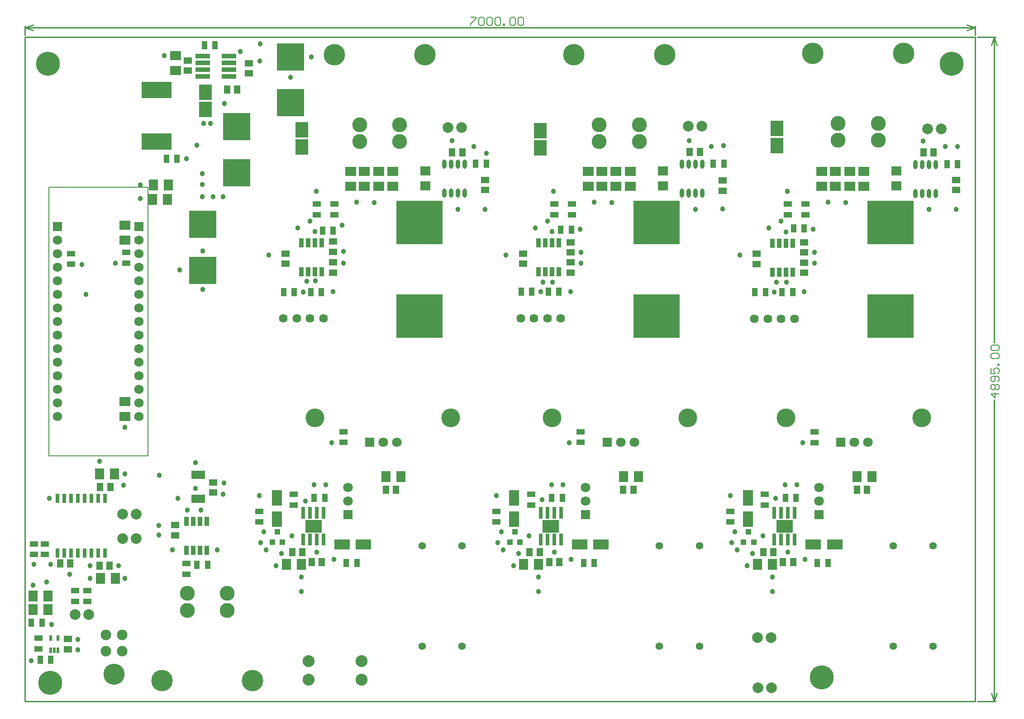
<source format=gts>
G04*
G04 #@! TF.GenerationSoftware,Altium Limited,Altium Designer,21.9.2 (33)*
G04*
G04 Layer_Color=8388736*
%FSLAX25Y25*%
%MOIN*%
G70*
G04*
G04 #@! TF.SameCoordinates,A61B0CC2-F9FA-42EF-AA44-AEDA62ADA9C6*
G04*
G04*
G04 #@! TF.FilePolarity,Negative*
G04*
G01*
G75*
%ADD12C,0.01000*%
%ADD15C,0.00500*%
%ADD17C,0.00600*%
%ADD41R,0.06312X0.04934*%
%ADD42R,0.04934X0.06312*%
%ADD43R,0.04343X0.06115*%
%ADD44R,0.34265X0.32296*%
%ADD45R,0.06509X0.07887*%
%ADD46R,0.01981X0.06115*%
%ADD47R,0.06115X0.04343*%
%ADD48R,0.03359X0.06902*%
%ADD49O,0.03162X0.06706*%
%ADD50C,0.03800*%
%ADD51R,0.10642X0.03556*%
%ADD52R,0.03950X0.04343*%
%ADD53R,0.07887X0.06509*%
%ADD54R,0.09698X0.11824*%
%ADD55R,0.22060X0.12217*%
%ADD56R,0.20485X0.20485*%
%ADD57R,0.02375X0.04343*%
%ADD58R,0.07690X0.06509*%
%ADD59R,0.03162X0.08674*%
%ADD60R,0.12414X0.09658*%
%ADD61R,0.07493X0.11430*%
%ADD62R,0.11430X0.07493*%
%ADD63R,0.03162X0.06706*%
%ADD64C,0.07887*%
%ADD65C,0.06400*%
%ADD66C,0.10958*%
%ADD67C,0.15800*%
%ADD68C,0.17729*%
%ADD69C,0.06824*%
%ADD70R,0.06824X0.06824*%
%ADD71C,0.07800*%
%ADD72C,0.15600*%
%ADD73C,0.05524*%
%ADD74C,0.13800*%
%ADD75R,0.07099X0.07099*%
%ADD76C,0.07099*%
%ADD77R,0.07099X0.07099*%
%ADD78C,0.08800*%
D12*
Y0D02*
Y489500D01*
X700000D01*
Y0D02*
Y489500D01*
X0Y0D02*
X700000D01*
X712000Y6000D02*
X714000Y0D01*
X716000Y6000D01*
X714000Y489500D02*
X716000Y483500D01*
X712000D02*
X714000Y489500D01*
Y0D02*
Y222056D01*
Y264244D02*
Y489500D01*
X701500Y0D02*
X715000D01*
X701500Y489500D02*
X715000D01*
X0Y496500D02*
X6000Y498500D01*
X0Y496500D02*
X6000Y494500D01*
X694000D02*
X700000Y496500D01*
X694000Y498500D02*
X700000Y496500D01*
X0D02*
X700000D01*
X0D02*
X700000D01*
X0Y491000D02*
Y497500D01*
X700000Y491000D02*
Y497500D01*
D15*
X17504Y181004D02*
X90496D01*
Y378996D01*
X17504D02*
X90496D01*
X17504Y181004D02*
Y378996D01*
Y181004D02*
X90496D01*
Y378996D01*
X17504D02*
X90496D01*
X17504Y181004D02*
Y378996D01*
D17*
X717599Y226655D02*
X711601D01*
X714600Y223656D01*
Y227655D01*
X712601Y229654D02*
X711601Y230654D01*
Y232653D01*
X712601Y233653D01*
X713600D01*
X714600Y232653D01*
X715600Y233653D01*
X716599D01*
X717599Y232653D01*
Y230654D01*
X716599Y229654D01*
X715600D01*
X714600Y230654D01*
X713600Y229654D01*
X712601D01*
X714600Y230654D02*
Y232653D01*
X716599Y235652D02*
X717599Y236652D01*
Y238651D01*
X716599Y239651D01*
X712601D01*
X711601Y238651D01*
Y236652D01*
X712601Y235652D01*
X713600D01*
X714600Y236652D01*
Y239651D01*
X711601Y245649D02*
Y241651D01*
X714600D01*
X713600Y243650D01*
Y244650D01*
X714600Y245649D01*
X716599D01*
X717599Y244650D01*
Y242650D01*
X716599Y241651D01*
X717599Y247649D02*
X716599D01*
Y248648D01*
X717599D01*
Y247649D01*
X712601Y252647D02*
X711601Y253647D01*
Y255646D01*
X712601Y256646D01*
X716599D01*
X717599Y255646D01*
Y253647D01*
X716599Y252647D01*
X712601D01*
Y258645D02*
X711601Y259645D01*
Y261644D01*
X712601Y262644D01*
X716599D01*
X717599Y261644D01*
Y259645D01*
X716599Y258645D01*
X712601D01*
X328100Y504098D02*
X332099D01*
Y503098D01*
X328100Y499100D01*
Y498100D01*
X334098Y503098D02*
X335098Y504098D01*
X337097D01*
X338097Y503098D01*
Y499100D01*
X337097Y498100D01*
X335098D01*
X334098Y499100D01*
Y503098D01*
X340096D02*
X341096Y504098D01*
X343095D01*
X344095Y503098D01*
Y499100D01*
X343095Y498100D01*
X341096D01*
X340096Y499100D01*
Y503098D01*
X346094D02*
X347094Y504098D01*
X349093D01*
X350093Y503098D01*
Y499100D01*
X349093Y498100D01*
X347094D01*
X346094Y499100D01*
Y503098D01*
X352092Y498100D02*
Y499100D01*
X353092D01*
Y498100D01*
X352092D01*
X357091Y503098D02*
X358090Y504098D01*
X360090D01*
X361089Y503098D01*
Y499100D01*
X360090Y498100D01*
X358090D01*
X357091Y499100D01*
Y503098D01*
X363089D02*
X364088Y504098D01*
X366088D01*
X367087Y503098D01*
Y499100D01*
X366088Y498100D01*
X364088D01*
X363089Y499100D01*
Y503098D01*
D41*
X165000Y470240D02*
D03*
Y462760D02*
D03*
X574000Y338240D02*
D03*
Y330760D02*
D03*
X686000Y384240D02*
D03*
Y376760D02*
D03*
X514000Y383740D02*
D03*
Y376260D02*
D03*
X227000Y331260D02*
D03*
Y338740D02*
D03*
X402000Y330760D02*
D03*
Y338240D02*
D03*
X339000Y376760D02*
D03*
Y384240D02*
D03*
X366816Y329961D02*
D03*
Y322480D02*
D03*
X401816Y323461D02*
D03*
Y315980D02*
D03*
X120000Y472240D02*
D03*
Y464760D02*
D03*
X138500Y153760D02*
D03*
Y161240D02*
D03*
X110500Y129740D02*
D03*
Y122260D02*
D03*
X191900Y329940D02*
D03*
Y322460D02*
D03*
X226900Y323440D02*
D03*
Y315960D02*
D03*
X539000Y329740D02*
D03*
Y322260D02*
D03*
X574000Y323240D02*
D03*
Y315760D02*
D03*
X31500Y45740D02*
D03*
Y38260D02*
D03*
D42*
X148760Y451000D02*
D03*
X156240D02*
D03*
X25760Y101500D02*
D03*
X33240D02*
D03*
X489576Y404720D02*
D03*
X497056D02*
D03*
X322140Y404700D02*
D03*
X314660D02*
D03*
X661760Y404500D02*
D03*
X669240D02*
D03*
X62240Y100000D02*
D03*
X54760D02*
D03*
X62740Y158000D02*
D03*
X55260D02*
D03*
X558260Y102500D02*
D03*
X565740D02*
D03*
X620240Y156000D02*
D03*
X612760D02*
D03*
X543760Y110000D02*
D03*
X551240D02*
D03*
X273201Y156020D02*
D03*
X265721D02*
D03*
X211221Y102520D02*
D03*
X218701D02*
D03*
X196721Y110020D02*
D03*
X204201D02*
D03*
X448059Y156000D02*
D03*
X440579D02*
D03*
X386079Y102500D02*
D03*
X393559D02*
D03*
X371579Y110000D02*
D03*
X379059D02*
D03*
D43*
X219063Y347000D02*
D03*
X226937D02*
D03*
X394563Y347500D02*
D03*
X402437D02*
D03*
X573937Y348500D02*
D03*
X566063D02*
D03*
X506879Y396220D02*
D03*
X514753D02*
D03*
X365379Y301720D02*
D03*
X373253D02*
D03*
X393253D02*
D03*
X385379D02*
D03*
X134437Y100500D02*
D03*
X126563D02*
D03*
X331963Y396200D02*
D03*
X339837D02*
D03*
X190463Y301700D02*
D03*
X198337D02*
D03*
X218337D02*
D03*
X210463D02*
D03*
X686937Y396000D02*
D03*
X679063D02*
D03*
X537563Y301500D02*
D03*
X545437D02*
D03*
X565437D02*
D03*
X557563D02*
D03*
X139937Y483500D02*
D03*
X132063D02*
D03*
X111937Y400000D02*
D03*
X104063D02*
D03*
X12437Y58000D02*
D03*
X4563D02*
D03*
X18937Y30500D02*
D03*
X11063D02*
D03*
X560063Y150000D02*
D03*
X567937D02*
D03*
X583563Y102000D02*
D03*
X591437D02*
D03*
X236524Y102020D02*
D03*
X244398D02*
D03*
X213024Y150020D02*
D03*
X220898D02*
D03*
X411382Y102000D02*
D03*
X419256D02*
D03*
X387882Y150000D02*
D03*
X395756D02*
D03*
D44*
X290461Y352984D02*
D03*
Y284020D02*
D03*
X465319Y352965D02*
D03*
Y284000D02*
D03*
X637500D02*
D03*
Y352965D02*
D03*
D45*
X17012Y77500D02*
D03*
X5988D02*
D03*
X94488Y380500D02*
D03*
X105512D02*
D03*
X105012Y370000D02*
D03*
X93988D02*
D03*
X55488Y90500D02*
D03*
X66512D02*
D03*
X54988Y167500D02*
D03*
X66012D02*
D03*
X5988Y67500D02*
D03*
X17012D02*
D03*
X612988Y165500D02*
D03*
X624012D02*
D03*
X539488Y101000D02*
D03*
X550512D02*
D03*
X265949Y165520D02*
D03*
X276972D02*
D03*
X192449Y101020D02*
D03*
X203472D02*
D03*
X440807Y165500D02*
D03*
X451831D02*
D03*
X367307Y101000D02*
D03*
X378331D02*
D03*
D46*
X123563Y149240D02*
D03*
X125531D02*
D03*
X127500D02*
D03*
X129469D02*
D03*
X131437D02*
D03*
X123563Y166760D02*
D03*
X125531D02*
D03*
X127500D02*
D03*
X129469D02*
D03*
X131437D02*
D03*
D47*
X119000Y93563D02*
D03*
Y101437D02*
D03*
X409316Y198658D02*
D03*
Y190784D02*
D03*
X234400Y198637D02*
D03*
Y190763D02*
D03*
X172461Y132083D02*
D03*
Y139957D02*
D03*
X347319Y132063D02*
D03*
Y139937D02*
D03*
X519500D02*
D03*
Y132063D02*
D03*
X581500Y198437D02*
D03*
Y190563D02*
D03*
X74500Y330874D02*
D03*
Y323000D02*
D03*
X14500Y108063D02*
D03*
Y115937D02*
D03*
X6500D02*
D03*
Y108063D02*
D03*
X37000Y81437D02*
D03*
Y73563D02*
D03*
X46000Y81437D02*
D03*
Y73563D02*
D03*
X10000Y38563D02*
D03*
Y46437D02*
D03*
X545000Y144563D02*
D03*
Y152437D02*
D03*
X562000Y358563D02*
D03*
Y366437D02*
D03*
X575000D02*
D03*
Y358563D02*
D03*
X227961Y366457D02*
D03*
Y358583D02*
D03*
X214961D02*
D03*
Y366457D02*
D03*
X197961Y144583D02*
D03*
Y152457D02*
D03*
X402819Y366437D02*
D03*
Y358563D02*
D03*
X389819D02*
D03*
Y366437D02*
D03*
X372819Y144563D02*
D03*
Y152437D02*
D03*
X34000Y322063D02*
D03*
Y329937D02*
D03*
D48*
X134000Y132630D02*
D03*
X129000D02*
D03*
X124000D02*
D03*
X119000D02*
D03*
X134000Y111370D02*
D03*
X129000D02*
D03*
X124000D02*
D03*
X119000D02*
D03*
X393316Y337850D02*
D03*
X388316D02*
D03*
X383316D02*
D03*
X378316D02*
D03*
X393316Y316590D02*
D03*
X388316D02*
D03*
X383316D02*
D03*
X378316D02*
D03*
X218400Y337830D02*
D03*
X213400D02*
D03*
X208400D02*
D03*
X203400D02*
D03*
X218400Y316570D02*
D03*
X213400D02*
D03*
X208400D02*
D03*
X203400D02*
D03*
X565500Y337630D02*
D03*
X560500D02*
D03*
X555500D02*
D03*
X550500D02*
D03*
X565500Y316370D02*
D03*
X560500D02*
D03*
X555500D02*
D03*
X550500D02*
D03*
D49*
X483816Y374590D02*
D03*
X488816D02*
D03*
X493816D02*
D03*
X498816D02*
D03*
X483816Y395850D02*
D03*
X488816D02*
D03*
X493816D02*
D03*
X498816D02*
D03*
X308900Y374570D02*
D03*
X313900D02*
D03*
X318900D02*
D03*
X323900D02*
D03*
X308900Y395830D02*
D03*
X313900D02*
D03*
X318900D02*
D03*
X323900D02*
D03*
X656000Y374370D02*
D03*
X661000D02*
D03*
X666000D02*
D03*
X671000D02*
D03*
X656000Y395630D02*
D03*
X661000D02*
D03*
X666000D02*
D03*
X671000D02*
D03*
D50*
X379816Y301720D02*
D03*
X388500Y309000D02*
D03*
X388316Y346220D02*
D03*
X108500Y111500D02*
D03*
X204900Y301700D02*
D03*
X214000Y310000D02*
D03*
X213400Y346200D02*
D03*
X523000Y125000D02*
D03*
X524500Y111500D02*
D03*
X552000Y301500D02*
D03*
X561000Y309000D02*
D03*
X560500Y346000D02*
D03*
X147000Y440500D02*
D03*
X4500Y30000D02*
D03*
X557000Y354000D02*
D03*
X209961Y354020D02*
D03*
X384819Y354000D02*
D03*
X177461Y111520D02*
D03*
X175961Y125020D02*
D03*
X352319Y111500D02*
D03*
X350819Y125000D02*
D03*
X173100Y484400D02*
D03*
X119000Y400000D02*
D03*
X16000Y88000D02*
D03*
X581500Y323000D02*
D03*
Y330760D02*
D03*
X234500Y331500D02*
D03*
Y323000D02*
D03*
X409500D02*
D03*
Y331000D02*
D03*
X233500Y351000D02*
D03*
X409000Y348000D02*
D03*
X580500D02*
D03*
X340000Y404000D02*
D03*
X173000Y472000D02*
D03*
X158500Y479000D02*
D03*
X206500Y147500D02*
D03*
X381000Y148500D02*
D03*
X553000Y149500D02*
D03*
X179461Y329000D02*
D03*
X99000Y166500D02*
D03*
X112500Y149500D02*
D03*
X72681Y159181D02*
D03*
X54931Y176931D02*
D03*
X141500Y111500D02*
D03*
X98500Y129500D02*
D03*
Y122500D02*
D03*
X129500Y141000D02*
D03*
X125500Y157000D02*
D03*
X146000Y152500D02*
D03*
X146500Y161000D02*
D03*
X19000Y101000D02*
D03*
X33000Y93500D02*
D03*
X18000Y149500D02*
D03*
X69000Y100000D02*
D03*
X73500Y90500D02*
D03*
X48000Y100000D02*
D03*
Y90500D02*
D03*
X6000Y85500D02*
D03*
X45000Y300000D02*
D03*
X6500Y101000D02*
D03*
X19500Y56500D02*
D03*
X39000Y45500D02*
D03*
Y38000D02*
D03*
X131000Y332000D02*
D03*
Y303500D02*
D03*
X114000Y318000D02*
D03*
X119500Y141000D02*
D03*
X553500Y309000D02*
D03*
X125500Y176000D02*
D03*
X381500Y309000D02*
D03*
X207500Y309500D02*
D03*
X73500Y167500D02*
D03*
X66500Y323000D02*
D03*
X42000Y322000D02*
D03*
X73500Y202000D02*
D03*
X172461Y151520D02*
D03*
X85000Y370500D02*
D03*
Y380500D02*
D03*
X514500Y409500D02*
D03*
X375819Y349000D02*
D03*
X526500Y329000D02*
D03*
X354319D02*
D03*
X432158Y367433D02*
D03*
X419158Y367933D02*
D03*
X401819Y302000D02*
D03*
X400819Y190500D02*
D03*
X505569Y408931D02*
D03*
X389319Y376000D02*
D03*
X493819Y362500D02*
D03*
X513816Y362720D02*
D03*
X548000Y349000D02*
D03*
X200961Y349020D02*
D03*
X226961Y302020D02*
D03*
X687000Y409000D02*
D03*
X145762Y371800D02*
D03*
X138500D02*
D03*
X130500D02*
D03*
Y380883D02*
D03*
Y389000D02*
D03*
X195500Y460000D02*
D03*
X211000Y475000D02*
D03*
X102500Y476000D02*
D03*
X136500Y426000D02*
D03*
X131500D02*
D03*
X126500Y410000D02*
D03*
X389819Y110000D02*
D03*
X378319Y91500D02*
D03*
X348319Y117000D02*
D03*
X359819Y100000D02*
D03*
X363657Y108933D02*
D03*
X184961Y100020D02*
D03*
X188799Y108953D02*
D03*
X203461Y81020D02*
D03*
X221461Y159520D02*
D03*
X212961D02*
D03*
X225961Y190520D02*
D03*
X338961Y362520D02*
D03*
X330653Y408910D02*
D03*
X314400Y413200D02*
D03*
X318961Y362520D02*
D03*
X214461Y376020D02*
D03*
X257242Y367413D02*
D03*
X203461Y91520D02*
D03*
X173461Y117020D02*
D03*
X196461Y122020D02*
D03*
X227461Y104520D02*
D03*
X214961Y110020D02*
D03*
X378319Y81000D02*
D03*
X396319Y159500D02*
D03*
X387819D02*
D03*
X371319Y122000D02*
D03*
X347319Y151500D02*
D03*
X402319Y104500D02*
D03*
X489316Y413221D02*
D03*
X244241Y367913D02*
D03*
X520500Y117000D02*
D03*
X519500Y151500D02*
D03*
X573000Y190500D02*
D03*
X568500Y159500D02*
D03*
X560000D02*
D03*
X543500Y122000D02*
D03*
X550500Y81000D02*
D03*
Y91500D02*
D03*
X532000Y100000D02*
D03*
X536000Y109000D02*
D03*
X562000Y110000D02*
D03*
X574500Y104500D02*
D03*
X561500Y376000D02*
D03*
X574000Y302000D02*
D03*
X604500Y367500D02*
D03*
X591500Y368000D02*
D03*
X686000Y362500D02*
D03*
X666000D02*
D03*
X677753Y408710D02*
D03*
X661500Y413000D02*
D03*
D51*
X130854Y475500D02*
D03*
Y470500D02*
D03*
Y465500D02*
D03*
Y460500D02*
D03*
X150146Y475500D02*
D03*
Y470500D02*
D03*
Y465500D02*
D03*
Y460500D02*
D03*
D52*
X185961Y124957D02*
D03*
X189701Y117083D02*
D03*
X182220D02*
D03*
X360819Y124937D02*
D03*
X364559Y117063D02*
D03*
X357079D02*
D03*
X529260D02*
D03*
X536740D02*
D03*
X533000Y124937D02*
D03*
D53*
X111000Y464988D02*
D03*
Y476012D02*
D03*
X597000Y390512D02*
D03*
Y379488D02*
D03*
X618000D02*
D03*
Y390512D02*
D03*
X587000Y390524D02*
D03*
Y379500D02*
D03*
X607500Y379488D02*
D03*
Y390512D02*
D03*
X249961Y390531D02*
D03*
Y379508D02*
D03*
X239961Y390543D02*
D03*
Y379520D02*
D03*
X260461Y379508D02*
D03*
Y390531D02*
D03*
X270961Y379508D02*
D03*
Y390531D02*
D03*
X424819Y390512D02*
D03*
Y379488D02*
D03*
X414819Y390524D02*
D03*
Y379500D02*
D03*
X435319Y379488D02*
D03*
Y390512D02*
D03*
X445819Y379488D02*
D03*
Y390512D02*
D03*
X73500Y351012D02*
D03*
Y339988D02*
D03*
Y221012D02*
D03*
Y209988D02*
D03*
D54*
X133000Y448799D02*
D03*
Y436201D02*
D03*
X554000Y422299D02*
D03*
Y409701D02*
D03*
X379500Y420598D02*
D03*
Y408000D02*
D03*
X204000Y421299D02*
D03*
Y408701D02*
D03*
D55*
X97000Y450595D02*
D03*
Y412405D02*
D03*
D56*
X156000Y423410D02*
D03*
Y389551D02*
D03*
X131000Y317571D02*
D03*
Y351429D02*
D03*
X195500Y474929D02*
D03*
Y441071D02*
D03*
D57*
X18941Y46528D02*
D03*
X24059D02*
D03*
Y37472D02*
D03*
X21500D02*
D03*
X18941D02*
D03*
D58*
X294961Y391032D02*
D03*
Y380008D02*
D03*
X469819Y391012D02*
D03*
Y379988D02*
D03*
X642000Y391012D02*
D03*
Y379988D02*
D03*
D59*
X567000Y138842D02*
D03*
X562000D02*
D03*
X557000D02*
D03*
X552000D02*
D03*
X567000Y119158D02*
D03*
X562000D02*
D03*
X557000D02*
D03*
X552000D02*
D03*
X219961Y138862D02*
D03*
X214961D02*
D03*
X209961D02*
D03*
X204961D02*
D03*
X219961Y119177D02*
D03*
X214961D02*
D03*
X209961D02*
D03*
X204961D02*
D03*
X394819Y138842D02*
D03*
X389819D02*
D03*
X384819D02*
D03*
X379819D02*
D03*
X394819Y119158D02*
D03*
X389819D02*
D03*
X384819D02*
D03*
X379819D02*
D03*
D60*
X559500Y129000D02*
D03*
X212461Y129020D02*
D03*
X387319Y129000D02*
D03*
D61*
X532500Y149874D02*
D03*
Y134126D02*
D03*
X185461Y149894D02*
D03*
Y134146D02*
D03*
X360319Y149874D02*
D03*
Y134126D02*
D03*
D62*
X596374Y115500D02*
D03*
X580626D02*
D03*
X249335Y115520D02*
D03*
X233587D02*
D03*
X424193Y115500D02*
D03*
X408445D02*
D03*
D63*
X24000Y109343D02*
D03*
X29000D02*
D03*
X34000D02*
D03*
X39000D02*
D03*
X44000D02*
D03*
X49000D02*
D03*
X54000D02*
D03*
X59000D02*
D03*
X24000Y149657D02*
D03*
X29000D02*
D03*
X34000D02*
D03*
X39000D02*
D03*
X44000D02*
D03*
X49000D02*
D03*
X54000D02*
D03*
X59000D02*
D03*
D64*
X72000Y120000D02*
D03*
X82000D02*
D03*
X72000Y138000D02*
D03*
X82000D02*
D03*
X488500Y424000D02*
D03*
X498500D02*
D03*
X311500Y423000D02*
D03*
X321500D02*
D03*
X675000Y422000D02*
D03*
X665000D02*
D03*
X540000Y10000D02*
D03*
X550000D02*
D03*
X539500Y47000D02*
D03*
X549500D02*
D03*
X47000Y64000D02*
D03*
X37000D02*
D03*
D65*
X394658Y282221D02*
D03*
X384816D02*
D03*
X374974D02*
D03*
X365132D02*
D03*
X219742Y282200D02*
D03*
X209900D02*
D03*
X200058D02*
D03*
X190216D02*
D03*
X566842Y282000D02*
D03*
X557000D02*
D03*
X547158D02*
D03*
X537316D02*
D03*
D66*
X599000Y426000D02*
D03*
X628500Y413480D02*
D03*
X599000D02*
D03*
X628500Y426000D02*
D03*
X423000Y425000D02*
D03*
X452500Y412480D02*
D03*
X423000D02*
D03*
X452500Y425000D02*
D03*
X246500D02*
D03*
X276000Y412480D02*
D03*
X246500D02*
D03*
X276000Y425000D02*
D03*
X119500Y67000D02*
D03*
X149000Y79520D02*
D03*
X119500D02*
D03*
X149000Y67000D02*
D03*
D67*
X580299Y477693D02*
D03*
X647201D02*
D03*
X404299Y476693D02*
D03*
X471201D02*
D03*
X227799D02*
D03*
X294701D02*
D03*
X100799Y15307D02*
D03*
X167701D02*
D03*
D68*
X17000Y470000D02*
D03*
X18500Y13500D02*
D03*
X587000Y17500D02*
D03*
X682500Y470000D02*
D03*
D69*
X84000Y210000D02*
D03*
X24000D02*
D03*
X84000Y220000D02*
D03*
X24000D02*
D03*
X84000Y230000D02*
D03*
X24000D02*
D03*
X84000Y240000D02*
D03*
X24000D02*
D03*
X84000Y250000D02*
D03*
X24000D02*
D03*
X84000Y260000D02*
D03*
X24000D02*
D03*
X84000Y270000D02*
D03*
X24000D02*
D03*
X84000Y280000D02*
D03*
X24000D02*
D03*
X84000Y290000D02*
D03*
X24000D02*
D03*
X84000Y300000D02*
D03*
X24000D02*
D03*
X84000Y310000D02*
D03*
X24000D02*
D03*
X84000Y320000D02*
D03*
X24000D02*
D03*
X84000Y330000D02*
D03*
X24000D02*
D03*
X84000Y340000D02*
D03*
X24000D02*
D03*
D70*
X84000Y350000D02*
D03*
X24000D02*
D03*
D71*
X59700Y48800D02*
D03*
X71500D02*
D03*
Y37000D02*
D03*
X59700D02*
D03*
D72*
X65600Y20000D02*
D03*
D73*
X292433Y40520D02*
D03*
X321961D02*
D03*
X639472Y40500D02*
D03*
X669000D02*
D03*
X321988Y114520D02*
D03*
X292461D02*
D03*
X496846Y114500D02*
D03*
X467319D02*
D03*
X467291Y40500D02*
D03*
X496819D02*
D03*
X669028Y114500D02*
D03*
X639500D02*
D03*
D74*
X313461Y209020D02*
D03*
X213461D02*
D03*
X488319Y209000D02*
D03*
X388319D02*
D03*
X660500D02*
D03*
X560500D02*
D03*
D75*
X585000Y137500D02*
D03*
X412819D02*
D03*
X237961Y137520D02*
D03*
D76*
X585000Y157500D02*
D03*
Y147500D02*
D03*
X611000Y191000D02*
D03*
X621000D02*
D03*
X237961Y147520D02*
D03*
X412819Y147500D02*
D03*
Y157500D02*
D03*
X448819Y191000D02*
D03*
X438819D02*
D03*
X237961Y157520D02*
D03*
X273961Y191020D02*
D03*
X263961D02*
D03*
D77*
X601000Y191000D02*
D03*
X428819D02*
D03*
X253961Y191020D02*
D03*
D78*
X248000Y29500D02*
D03*
X209000D02*
D03*
Y16000D02*
D03*
X248000D02*
D03*
M02*

</source>
